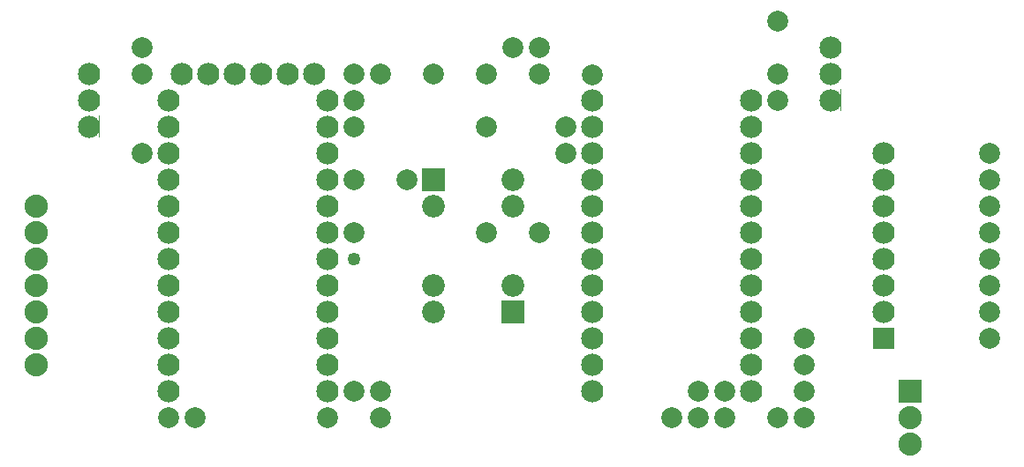
<source format=gbr>
G04*
G04 GERBER (RE)GENERATED BY FLATCAM v8.994 - www.flatcam.org - Version Date: 2020/11/7*
G04 Filename: PCB_maskTop.gts_edit*
G04 Created on : Wednesday, 24 March 2021 at 08:12*
G04*
G04 RS-274X GERBER GENERATED BY FLATCAM v8.994 - www.flatcam.org - Version Date: 2020/11/7*
G04 Filename: PCB_maskTop.gts_edit*
G04 Created on : Wednesday, 24 March 2021 at 08:12*
%FSLAX24Y24*%
%MOIN*%
%ADD10C,0.083999832*%
%ADD11C,0.087999824*%
%ADD12C,0.085666828666*%
%ADD13C,0.08569482860999998*%
%ADD14C,0.04936990126*%
%ADD15R,0.087999824X0.087999824*%
%ADD16R,0.085666828666X0.085666828666*%
%ADD17R,0.083999832X0.083999832*%
%ADD18R,0.000999998X0.000999998*%
%ADD19C,0.07874*%

G70*
G90*
G01*
%LPD*%
D10*
X22610Y15210D03*
X22610Y14210D03*
X22610Y13210D03*
X22610Y12210D03*
X22610Y11210D03*
X22610Y10210D03*
X22610Y09210D03*
X22610Y08210D03*
X22610Y07210D03*
X22610Y06210D03*
X22610Y05210D03*
X22610Y04210D03*
X28610Y04210D03*
X28610Y05210D03*
X28610Y06210D03*
X28610Y07210D03*
X28610Y08210D03*
X28610Y09210D03*
X28610Y10210D03*
X28610Y11210D03*
X28610Y12210D03*
X28610Y13210D03*
X28610Y14210D03*
X28610Y15210D03*
X22610Y15210D03*
X22610Y14210D03*
X22610Y13210D03*
X22610Y12210D03*
X22610Y11210D03*
X22610Y10210D03*
X22610Y09210D03*
X22610Y08210D03*
X22610Y07210D03*
X22610Y06210D03*
X22610Y05210D03*
X22610Y04210D03*
X28610Y04210D03*
X28610Y05210D03*
X28610Y06210D03*
X28610Y07210D03*
X28610Y08210D03*
X28610Y09210D03*
X28610Y10210D03*
X28610Y11210D03*
X28610Y12210D03*
X28610Y13210D03*
X28610Y14210D03*
X28610Y15210D03*
X03610Y14210D03*
X03610Y15210D03*
X03610Y16210D03*
X03610Y14210D03*
X03610Y15210D03*
X03610Y16210D03*
X31610Y15210D03*
X31610Y16210D03*
X31610Y17210D03*
X31610Y15210D03*
X31610Y16210D03*
X31610Y17210D03*
X07110Y16210D03*
X08110Y16210D03*
X09110Y16210D03*
X10110Y16210D03*
X11110Y16210D03*
X12110Y16210D03*
X06610Y15210D03*
X06610Y14210D03*
X06610Y13210D03*
X06610Y12210D03*
X06610Y11210D03*
X06610Y10210D03*
X06610Y09210D03*
X06610Y08210D03*
X06610Y07210D03*
X06610Y06210D03*
X06610Y05210D03*
X06610Y04210D03*
X12610Y04210D03*
X12610Y05210D03*
X12610Y06210D03*
X12610Y07210D03*
X12610Y08210D03*
X12610Y09210D03*
X12610Y10210D03*
X12610Y11210D03*
X12610Y12210D03*
X12610Y13210D03*
X12610Y14210D03*
X12610Y15210D03*
X07110Y16210D03*
X08110Y16210D03*
X09110Y16210D03*
X10110Y16210D03*
X11110Y16210D03*
X12110Y16210D03*
X06610Y15210D03*
X06610Y14210D03*
X06610Y13210D03*
X06610Y12210D03*
X06610Y11210D03*
X06610Y10210D03*
X06610Y09210D03*
X06610Y08210D03*
X06610Y07210D03*
X06610Y06210D03*
X06610Y05210D03*
X06610Y04210D03*
X12610Y04210D03*
X12610Y05210D03*
X12610Y06210D03*
X12610Y07210D03*
X12610Y08210D03*
X12610Y09210D03*
X12610Y10210D03*
X12610Y11210D03*
X12610Y12210D03*
X12610Y13210D03*
X12610Y14210D03*
X12610Y15210D03*
X33610Y07210D03*
X33610Y08210D03*
X33610Y09210D03*
X33610Y10210D03*
X33610Y11210D03*
X33610Y12210D03*
X33610Y13210D03*
X33610Y07210D03*
X33610Y08210D03*
X33610Y09210D03*
X33610Y10210D03*
X33610Y11210D03*
X33610Y12210D03*
X33610Y13210D03*
D11*
X01610Y05210D03*
X01610Y06210D03*
X01610Y07210D03*
X01610Y08210D03*
X01610Y09210D03*
X01610Y10210D03*
X01610Y11210D03*
X34610Y04210D03*
X34610Y03210D03*
X34610Y02210D03*
D12*
X19610Y07210D03*
X16620Y07210D03*
X16610Y12210D03*
X19600Y12210D03*
D13*
X19610Y08210D03*
X16610Y08210D03*
X16610Y11210D03*
X19610Y11210D03*
D14*
X15610Y12210D03*
X13610Y15210D03*
X05610Y13210D03*
X18610Y14220D03*
X13610Y14210D03*
X13610Y12210D03*
X07610Y03210D03*
X12610Y03210D03*
X06610Y03210D03*
X05610Y17210D03*
X13610Y04210D03*
X05610Y16210D03*
X21610Y13210D03*
X30610Y03210D03*
X29610Y03210D03*
X27610Y03210D03*
X30610Y06210D03*
X26610Y03210D03*
X25610Y03210D03*
X30610Y05210D03*
X30610Y04210D03*
X26610Y04210D03*
X27610Y04210D03*
X37610Y13210D03*
X37610Y07210D03*
X37610Y11210D03*
X37610Y10210D03*
X37610Y09210D03*
X37610Y06210D03*
X37610Y12210D03*
X37610Y08210D03*
X21610Y14210D03*
X20610Y10210D03*
X18610Y10210D03*
X13610Y09210D03*
X14610Y03210D03*
X14610Y04210D03*
X20610Y16210D03*
X14610Y16210D03*
X13610Y16210D03*
X19610Y17210D03*
X20610Y17210D03*
X16610Y16210D03*
X18610Y16210D03*
X29610Y16210D03*
X29610Y15210D03*
X29610Y18210D03*
D15*
X34610Y04210D03*
D16*
X19610Y07210D03*
X16610Y12210D03*
D17*
X33610Y06210D03*
X33610Y06210D03*
D18*
X32020Y15630D03*
X32020Y15620D03*
X32020Y15610D03*
X32020Y15600D03*
X32020Y15590D03*
X32020Y15580D03*
X32020Y15570D03*
X32020Y15560D03*
X32020Y15550D03*
X32020Y15540D03*
X32020Y15530D03*
X32020Y15520D03*
X32020Y15510D03*
X32020Y15500D03*
X32020Y15490D03*
X32020Y15480D03*
X32020Y15470D03*
X32020Y15460D03*
X32020Y15450D03*
X32020Y15440D03*
X32020Y15430D03*
X32020Y15420D03*
X32020Y15410D03*
X32020Y15400D03*
X32020Y15390D03*
X32020Y15380D03*
X32020Y15370D03*
X31570Y15360D03*
X32020Y15360D03*
X31540Y15350D03*
X32020Y15350D03*
X31520Y15340D03*
X32020Y15340D03*
X31510Y15330D03*
X32020Y15330D03*
X31500Y15320D03*
X32020Y15320D03*
X31490Y15310D03*
X32020Y15310D03*
X31480Y15300D03*
X32020Y15300D03*
X31480Y15290D03*
X32020Y15290D03*
X31470Y15280D03*
X32020Y15280D03*
X31470Y15270D03*
X32020Y15270D03*
X31460Y15260D03*
X32020Y15260D03*
X31460Y15250D03*
X32020Y15250D03*
X31460Y15240D03*
X32020Y15240D03*
X31460Y15230D03*
X32020Y15230D03*
X31460Y15220D03*
X32020Y15220D03*
X31460Y15210D03*
X32020Y15210D03*
X31460Y15200D03*
X32020Y15200D03*
X31460Y15190D03*
X32020Y15190D03*
X31460Y15180D03*
X32020Y15180D03*
X31460Y15170D03*
X32020Y15170D03*
X31470Y15160D03*
X32020Y15160D03*
X31470Y15150D03*
X32020Y15150D03*
X31480Y15140D03*
X32020Y15140D03*
X31490Y15130D03*
X32020Y15130D03*
X31490Y15120D03*
X32020Y15120D03*
X31500Y15110D03*
X32020Y15110D03*
X31520Y15100D03*
X32020Y15100D03*
X31530Y15090D03*
X32020Y15090D03*
X31550Y15080D03*
X32020Y15080D03*
X32020Y15070D03*
X32020Y15060D03*
X32020Y15050D03*
X32020Y15040D03*
X32020Y15030D03*
X32020Y15020D03*
X32020Y15010D03*
X32020Y15000D03*
X32020Y14990D03*
X32020Y14980D03*
X32020Y14970D03*
X32020Y14960D03*
X32020Y14950D03*
X32020Y14940D03*
X32020Y14930D03*
X32020Y14920D03*
X32020Y14910D03*
X32020Y14900D03*
X32020Y14890D03*
X32020Y14880D03*
X32020Y14870D03*
X32020Y14860D03*
X32020Y14850D03*
X32020Y14840D03*
X32020Y14830D03*
X32020Y14820D03*
X32020Y14810D03*
X32020Y14800D03*
X04020Y14630D03*
X04020Y14620D03*
X04020Y14610D03*
X04020Y14600D03*
X04020Y14590D03*
X04020Y14580D03*
X04020Y14570D03*
X04020Y14560D03*
X04020Y14550D03*
X04020Y14540D03*
X04020Y14530D03*
X04020Y14520D03*
X04020Y14510D03*
X04020Y14500D03*
X04020Y14490D03*
X04020Y14480D03*
X04020Y14470D03*
X04020Y14460D03*
X04020Y14450D03*
X04020Y14440D03*
X04020Y14430D03*
X04020Y14420D03*
X04020Y14410D03*
X04020Y14400D03*
X04020Y14390D03*
X04020Y14380D03*
X04020Y14370D03*
X03570Y14360D03*
X04020Y14360D03*
X03540Y14350D03*
X04020Y14350D03*
X03520Y14340D03*
X04020Y14340D03*
X03510Y14330D03*
X04020Y14330D03*
X03500Y14320D03*
X04020Y14320D03*
X03490Y14310D03*
X04020Y14310D03*
X03480Y14300D03*
X04020Y14300D03*
X03480Y14290D03*
X04020Y14290D03*
X03470Y14280D03*
X04020Y14280D03*
X03470Y14270D03*
X04020Y14270D03*
X03460Y14260D03*
X04020Y14260D03*
X03460Y14250D03*
X04020Y14250D03*
X03460Y14240D03*
X04020Y14240D03*
X03460Y14230D03*
X04020Y14230D03*
X03460Y14220D03*
X04020Y14220D03*
X03460Y14210D03*
X04020Y14210D03*
X03460Y14200D03*
X04020Y14200D03*
X03460Y14190D03*
X04020Y14190D03*
X03460Y14180D03*
X04020Y14180D03*
X03460Y14170D03*
X04020Y14170D03*
X03470Y14160D03*
X04020Y14160D03*
X03470Y14150D03*
X04020Y14150D03*
X03480Y14140D03*
X04020Y14140D03*
X03490Y14130D03*
X04020Y14130D03*
X03490Y14120D03*
X04020Y14120D03*
X03500Y14110D03*
X04020Y14110D03*
X03520Y14100D03*
X04020Y14100D03*
X03530Y14090D03*
X04020Y14090D03*
X03550Y14080D03*
X04020Y14080D03*
X04020Y14070D03*
X04020Y14060D03*
X04020Y14050D03*
X04020Y14040D03*
X04020Y14030D03*
X04020Y14020D03*
X04020Y14010D03*
X04020Y14000D03*
X04020Y13990D03*
X04020Y13980D03*
X04020Y13970D03*
X04020Y13960D03*
X04020Y13950D03*
X04020Y13940D03*
X04020Y13930D03*
X04020Y13920D03*
X04020Y13910D03*
X04020Y13900D03*
X04020Y13890D03*
X04020Y13880D03*
X04020Y13870D03*
X04020Y13860D03*
X04020Y13850D03*
X04020Y13840D03*
X04020Y13830D03*
X04020Y13820D03*
X04020Y13810D03*
X04020Y13800D03*
D19*
X13607Y16210D03*
X14609Y16214D03*
X13612Y15208D03*
X13613Y14207D03*
X13608Y12210D03*
X15609Y12214D03*
X13611Y10206D03*
X13613Y04209D03*
X14613Y04212D03*
X14613Y03209D03*
X12607Y03209D03*
X06608Y03208D03*
X07610Y03212D03*
X05611Y13210D03*
X05612Y17210D03*
X05608Y16214D03*
X16613Y16211D03*
X18612Y16210D03*
X18610Y14219D03*
X18609Y10210D03*
X20610Y10210D03*
X19610Y17208D03*
X20612Y17206D03*
X20609Y16211D03*
X21611Y14207D03*
X21608Y13212D03*
X22608Y16189D03*
X29606Y18209D03*
X29609Y16210D03*
X29609Y15211D03*
X25610Y03210D03*
X27609Y04208D03*
X26611Y04208D03*
X26608Y03213D03*
X27608Y03210D03*
X30611Y06214D03*
X30610Y05210D03*
X30610Y04209D03*
X30609Y03211D03*
X29609Y03212D03*
X37607Y13209D03*
X37608Y12207D03*
X37609Y11209D03*
X37614Y10210D03*
X37609Y09210D03*
X37609Y08210D03*
X37609Y07210D03*
X37610Y06210D03*
M02*

</source>
